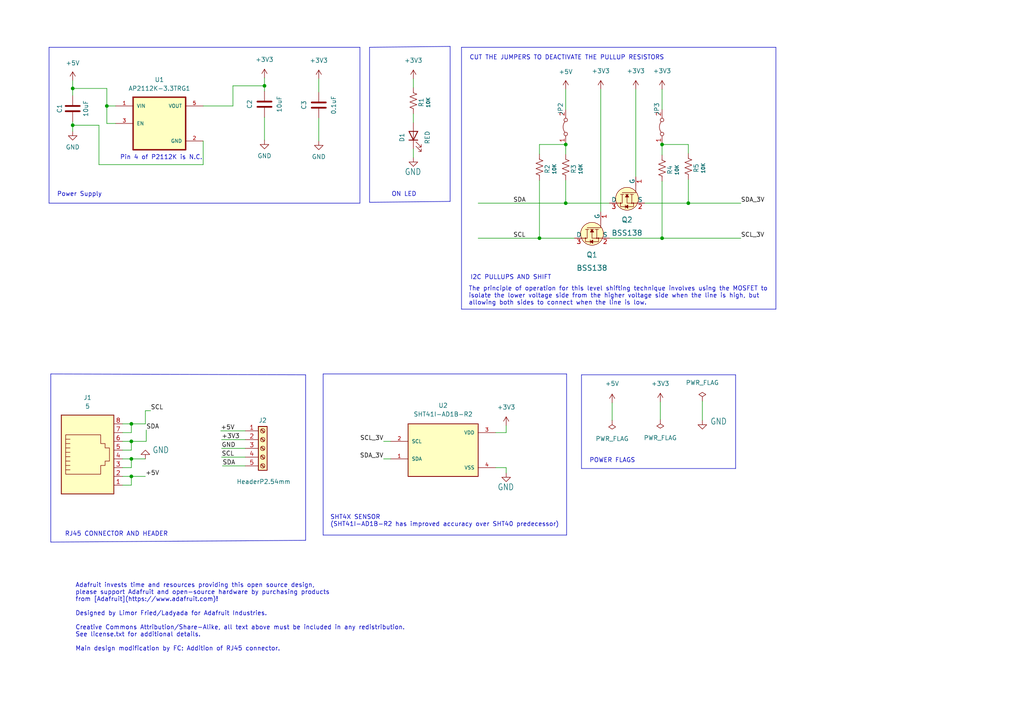
<source format=kicad_sch>
(kicad_sch (version 20230121) (generator eeschema)
  (paper "A4")
  (title_block (title "Atmospheric Humidity Sensor Based on SHT40") (date "2024-03-19") (rev "RevA3") (company "Jericho Laboratory Inc.") (comment 1 "Designed by Limor Fried/Ladyada for Adafruit Industries.") (comment 2 "Modified by Frederic Coulombe for Jericho Laboratory") (comment 3 "Creative Commons Attribution/Share-Alike"))
  (lib_symbols
    (symbol "AP2112K-3.3TRG1:AP2112K-3.3TRG1" (pin_names (offset 1.016))
      (property "Reference" "U" (at -7.663 8.6476 0))
      (property "Value" "AP2112K-3.3TRG1" (at -7.6489 -11.6507 0))
      (symbol "AP2112K-3.3TRG1_0_0"
        (rectangle (start -7.62 -7.62) (end 7.62 7.62) (stroke (width 0.41)) (fill (type background)))
        (pin power_in line (at -12.7 5.08 0) (length 5.08) (name "VIN") (number "1"))
        (pin power_in line (at 12.7 -5.08 180) (length 5.08) (name "GND") (number "2"))
        (pin input line (at -12.7 0 0) (length 5.08) (name "EN") (number "3"))
        (pin power_in line (at 12.7 5.08 180) (length 5.08) (name "VOUT") (number "5"))
      )
    )
    (symbol "Connector:RJ45" (pin_names (offset 1.016))
      (property "Reference" "J" (at -5.08 13.97 0))
      (property "Value" "RJ45" (at 2.54 13.97 0))
      (symbol "RJ45_0_1"
        (polyline (pts (xy -5.08 4.445) (xy -6.35 4.445)))
        (polyline (pts (xy -5.08 5.715) (xy -6.35 5.715)))
        (polyline (pts (xy -6.35 -3.175) (xy -5.08 -3.175) (xy -5.08 -3.175)))
        (polyline (pts (xy -6.35 -1.905) (xy -5.08 -1.905) (xy -5.08 -1.905)))
        (polyline (pts (xy -6.35 -0.635) (xy -5.08 -0.635) (xy -5.08 -0.635)))
        (polyline (pts (xy -6.35 0.635) (xy -5.08 0.635) (xy -5.08 0.635)))
        (polyline (pts (xy -6.35 1.905) (xy -5.08 1.905) (xy -5.08 1.905)))
        (polyline (pts (xy -5.08 3.175) (xy -6.35 3.175) (xy -6.35 3.175)))
        (polyline (pts (xy -6.35 -4.445) (xy -6.35 6.985) (xy 3.81 6.985) (xy 3.81 4.445) (xy 5.08 4.445) (xy 5.08 3.175) (xy 6.35 3.175) (xy 6.35 -0.635) (xy 5.08 -0.635) (xy 5.08 -1.905) (xy 3.81 -1.905) (xy 3.81 -4.445) (xy -6.35 -4.445) (xy -6.35 -4.445)))
        (rectangle (start 7.62 12.7) (end -7.62 -10.16) (stroke (width 0.254)) (fill (type background)))
      )
      (symbol "RJ45_1_1"
        (pin passive line (at 10.16 -7.62 180) (length 2.54) (name "~") (number "1"))
        (pin passive line (at 10.16 -5.08 180) (length 2.54) (name "~") (number "2"))
        (pin passive line (at 10.16 -2.54 180) (length 2.54) (name "~") (number "3"))
        (pin passive line (at 10.16 0 180) (length 2.54) (name "~") (number "4"))
        (pin passive line (at 10.16 2.54 180) (length 2.54) (name "~") (number "5"))
        (pin passive line (at 10.16 5.08 180) (length 2.54) (name "~") (number "6"))
        (pin passive line (at 10.16 7.62 180) (length 2.54) (name "~") (number "7"))
        (pin passive line (at 10.16 10.16 180) (length 2.54) (name "~") (number "8"))
      )
    )
    (symbol "Connector:Screw_Terminal_01x05" (pin_names (offset 1.016) hide)
      (property "Reference" "J" (at 0 7.62 0))
      (property "Value" "Screw_Terminal_01x05" (at 0 -7.62 0))
      (symbol "Screw_Terminal_01x05_1_1"
        (rectangle (start -1.27 6.35) (end 1.27 -6.35) (stroke (width 0.254)) (fill (type background)))
        (circle (center 0 -5.08) (radius 0.635) (stroke (width 0.1524)))
        (circle (center 0 -2.54) (radius 0.635) (stroke (width 0.1524)))
        (polyline (pts (xy -0.5334 -4.7498) (xy 0.3302 -5.588)) (stroke (width 0.1524)))
        (polyline (pts (xy -0.5334 -2.2098) (xy 0.3302 -3.048)) (stroke (width 0.1524)))
        (polyline (pts (xy -0.5334 0.3302) (xy 0.3302 -0.508)) (stroke (width 0.1524)))
        (polyline (pts (xy -0.5334 2.8702) (xy 0.3302 2.032)) (stroke (width 0.1524)))
        (polyline (pts (xy -0.5334 5.4102) (xy 0.3302 4.572)) (stroke (width 0.1524)))
        (polyline (pts (xy -0.3556 -4.572) (xy 0.508 -5.4102)) (stroke (width 0.1524)))
        (polyline (pts (xy -0.3556 -2.032) (xy 0.508 -2.8702)) (stroke (width 0.1524)))
        (polyline (pts (xy -0.3556 0.508) (xy 0.508 -0.3302)) (stroke (width 0.1524)))
        (polyline (pts (xy -0.3556 3.048) (xy 0.508 2.2098)) (stroke (width 0.1524)))
        (polyline (pts (xy -0.3556 5.588) (xy 0.508 4.7498)) (stroke (width 0.1524)))
        (circle (center 0 0) (radius 0.635) (stroke (width 0.1524)))
        (circle (center 0 2.54) (radius 0.635) (stroke (width 0.1524)))
        (circle (center 0 5.08) (radius 0.635) (stroke (width 0.1524)))
        (pin passive line (at -5.08 5.08 0) (length 3.81) (name "Pin_1") (number "1"))
        (pin passive line (at -5.08 2.54 0) (length 3.81) (name "Pin_2") (number "2"))
        (pin passive line (at -5.08 0 0) (length 3.81) (name "Pin_3") (number "3"))
        (pin passive line (at -5.08 -2.54 0) (length 3.81) (name "Pin_4") (number "4"))
        (pin passive line (at -5.08 -5.08 0) (length 3.81) (name "Pin_5") (number "5"))
      )
    )
    (symbol "Device:C" (pin_numbers hide) (pin_names (offset 0.254))
      (property "Reference" "C" (at 0.635 2.54 0))
      (property "Value" "C" (at 0.635 -2.54 0))
      (symbol "C_0_1"
        (polyline (pts (xy -2.032 -0.762) (xy 2.032 -0.762)) (stroke (width 0.508)))
        (polyline (pts (xy -2.032 0.762) (xy 2.032 0.762)) (stroke (width 0.508)))
      )
      (symbol "C_1_1"
        (pin passive line (at 0 3.81 270) (length 2.794) (name "~") (number "1"))
        (pin passive line (at 0 -3.81 90) (length 2.794) (name "~") (number "2"))
      )
    )
    (symbol "Device:LED" (pin_numbers hide) (pin_names (offset 1.016) hide)
      (property "Reference" "D" (at 0 2.54 0))
      (property "Value" "LED" (at 0 -2.54 0))
      (symbol "LED_0_1"
        (polyline (pts (xy -1.27 -1.27) (xy -1.27 1.27)) (stroke (width 0.254)))
        (polyline (pts (xy -1.27 0) (xy 1.27 0)))
        (polyline (pts (xy 1.27 -1.27) (xy 1.27 1.27) (xy -1.27 0) (xy 1.27 -1.27)) (stroke (width 0.254)))
        (polyline (pts (xy -3.048 -0.762) (xy -4.572 -2.286) (xy -3.81 -2.286) (xy -4.572 -2.286) (xy -4.572 -1.524)))
        (polyline (pts (xy -1.778 -0.762) (xy -3.302 -2.286) (xy -2.54 -2.286) (xy -3.302 -2.286) (xy -3.302 -1.524)))
      )
      (symbol "LED_1_1"
        (pin passive line (at -3.81 0 0) (length 2.54) (name "K") (number "1"))
        (pin passive line (at 3.81 0 180) (length 2.54) (name "A") (number "2"))
      )
    )
    (symbol "Device:R_US" (pin_numbers hide) (pin_names (offset 0))
      (property "Reference" "R" (at 2.54 0 90))
      (property "Value" "R_US" (at -2.54 0 90))
      (symbol "R_US_0_1"
        (polyline (pts (xy 0 -2.286) (xy 0 -2.54)))
        (polyline (pts (xy 0 2.286) (xy 0 2.54)))
        (polyline (pts (xy 0 -0.762) (xy 1.016 -1.143) (xy 0 -1.524) (xy -1.016 -1.905) (xy 0 -2.286)))
        (polyline (pts (xy 0 0.762) (xy 1.016 0.381) (xy 0 0) (xy -1.016 -0.381) (xy 0 -0.762)))
        (polyline (pts (xy 0 2.286) (xy 1.016 1.905) (xy 0 1.524) (xy -1.016 1.143) (xy 0 0.762)))
      )
      (symbol "R_US_1_1"
        (pin passive line (at 0 3.81 270) (length 1.27) (name "~") (number "1"))
        (pin passive line (at 0 -3.81 90) (length 1.27) (name "~") (number "2"))
      )
    )
    (symbol "Jumper:Jumper_2_Bridged" (pin_names (offset 0) hide)
      (property "Reference" "JP" (at 0 1.905 0))
      (property "Value" "Jumper_2_Bridged" (at 0 -2.54 0))
      (symbol "Jumper_2_Bridged_0_0"
        (circle (center -2.032 0) (radius 0.508))
        (circle (center 2.032 0) (radius 0.508))
      )
      (symbol "Jumper_2_Bridged_0_1"
        (arc (start 1.524 0.254) (mid 0 0.762) (end -1.524 0.254))
      )
      (symbol "Jumper_2_Bridged_1_1"
        (pin passive line (at -5.08 0 0) (length 2.54) (name "A") (number "1"))
        (pin passive line (at 5.08 0 180) (length 2.54) (name "B") (number "2"))
      )
    )
    (symbol "SHT40-AD1B-R2:SHT40-AD1B-R2" (pin_names (offset 1.016))
      (property "Reference" "U" (at -10.16 8.89 0))
      (property "Value" "SHT40-AD1B-R2" (at -10.16 -10.16 0))
      (symbol "SHT40-AD1B-R2_0_0"
        (rectangle (start -10.16 -7.62) (end 10.16 7.62) (stroke (width 0.254)) (fill (type background)))
        (pin bidirectional line (at -15.24 -2.54 0) (length 5.08) (name "SDA") (number "1"))
        (pin input line (at -15.24 2.54 0) (length 5.08) (name "SCL") (number "2"))
        (pin power_in line (at 15.24 5.08 180) (length 5.08) (name "VDD") (number "3"))
        (pin power_in line (at 15.24 -5.08 180) (length 5.08) (name "VSS") (number "4"))
      )
    )
    (symbol "dk_Transistors-FETs-MOSFETs-Single:BSS138" (pin_names (offset 0))
      (property "Reference" "Q" (at -2.6924 3.6322 0))
      (property "Value" "BSS138" (at 3.4544 0 90))
      (symbol "BSS138_0_1"
        (circle (center -1.27 0) (radius 3.302) (fill (type background)))
        (circle (center 0 -1.905) (radius 0.127))
        (circle (center 0 -1.397) (radius 0.127))
        (polyline (pts (xy 0 -1.397) (xy -2.54 -1.397)))
        (polyline (pts (xy -5.08 -2.54) (xy -3.048 -2.54) (xy -3.048 1.397)))
        (polyline (pts (xy 0 -2.54) (xy 0 0) (xy -2.54 0)))
        (polyline (pts (xy 0 2.54) (xy 0 1.397) (xy -2.54 1.397)))
        (polyline (pts (xy -0.127 -1.905) (xy 1.016 -1.905) (xy 1.016 1.397) (xy 1.016 1.905) (xy -0.127 1.905)))
        (circle (center 0 1.905) (radius 0.127))
      )
      (symbol "BSS138_1_1"
        (polyline (pts (xy -2.54 -1.397) (xy -2.54 -1.905)))
        (polyline (pts (xy -2.54 -1.397) (xy -2.54 -0.889)))
        (polyline (pts (xy -2.54 0) (xy -2.54 -0.508)))
        (polyline (pts (xy -2.54 0) (xy -2.54 0.508)))
        (polyline (pts (xy -2.54 1.905) (xy -2.54 0.889)))
        (polyline (pts (xy 1.524 0.508) (xy 0.508 0.508)))
        (polyline (pts (xy -2.54 0) (xy -1.778 0.508) (xy -1.778 -0.508) (xy -2.54 0)) (fill (type outline)))
        (polyline (pts (xy 1.016 0.508) (xy 0.508 -0.254) (xy 1.524 -0.254) (xy 1.016 0.508)) (fill (type outline)))
        (pin bidirectional line (at -7.62 -2.54 0) (length 2.54) (name "G") (number "1"))
        (pin bidirectional line (at 0 -5.08 90) (length 2.54) (name "S") (number "2"))
        (pin bidirectional line (at 0 5.08 270) (length 2.54) (name "D") (number "3"))
      )
    )
    (symbol "power:+3V3" (power) (pin_names (offset 0))
      (property "Value" "+3V3" (at 0 3.556 0))
      (symbol "+3V3_0_1"
        (polyline (pts (xy -0.762 1.27) (xy 0 2.54)))
        (polyline (pts (xy 0 0) (xy 0 2.54)))
        (polyline (pts (xy 0 2.54) (xy 0.762 1.27)))
      )
      (symbol "+3V3_1_1"
        (pin power_in line (at 0 0 90) (length 0) hide (name "+3V3") (number "1"))
      )
    )
    (symbol "power:+5V" (power) (pin_names (offset 0))
      (property "Value" "+5V" (at 0 3.556 0))
      (symbol "+5V_0_1"
        (polyline (pts (xy -0.762 1.27) (xy 0 2.54)))
        (polyline (pts (xy 0 0) (xy 0 2.54)))
        (polyline (pts (xy 0 2.54) (xy 0.762 1.27)))
      )
      (symbol "+5V_1_1"
        (pin power_in line (at 0 0 90) (length 0) hide (name "+5V") (number "1"))
      )
    )
    (symbol "power:GND" (power) (pin_names (offset 0))
      (property "Value" "GND" (at 0 -3.81 0))
      (symbol "GND_0_1"
        (polyline (pts (xy 0 0) (xy 0 -1.27) (xy 1.27 -1.27) (xy 0 -2.54) (xy -1.27 -1.27) (xy 0 -1.27)))
      )
      (symbol "GND_1_1"
        (pin power_in line (at 0 0 270) (length 0) hide (name "GND") (number "1"))
      )
    )
    (symbol "power:PWR_FLAG" (power) (pin_numbers hide) (pin_names (offset 0) hide)
      (property "Value" "PWR_FLAG" (at 0 3.81 0))
      (symbol "PWR_FLAG_0_0"
        (pin power_out line (at 0 0 90) (length 0) (name "pwr") (number "1"))
      )
      (symbol "PWR_FLAG_0_1"
        (polyline (pts (xy 0 0) (xy 0 1.27) (xy -1.016 1.905) (xy 0 2.54) (xy 1.016 1.905) (xy 0 1.27)))
      )
    )
  )
  (junction (at 30.988 30.734))
  (junction (at 192.024 69.088))
  (junction (at 38.1 122.936))
  (junction (at 156.464 69.088))
  (junction (at 38.1 128.016))
  (junction (at 199.644 58.928))
  (junction (at 192.024 41.91))
  (junction (at 38.1 138.176))
  (junction (at 76.708 24.892))
  (junction (at 21.082 25.654))
  (junction (at 21.082 36.322))
  (junction (at 164.084 58.928))
  (junction (at 164.084 41.91))
  (junction (at 38.1 133.096))
  (wire (pts (xy 38.1 122.936) (xy 38.1 125.476)))
  (wire (pts (xy 28.702 47.752) (xy 28.702 36.322)))
  (wire (pts (xy 67.564 24.892) (xy 76.708 24.892)))
  (wire (pts (xy 35.56 135.636) (xy 38.1 135.636)))
  (wire (pts (xy 199.644 41.91) (xy 199.644 44.45)))
  (wire (pts (xy 35.56 133.096) (xy 38.1 133.096)))
  (wire (pts (xy 192.024 52.578) (xy 192.024 69.088)))
  (wire (pts (xy 176.784 58.928) (xy 164.084 58.928)))
  (wire (pts (xy 174.244 61.468) (xy 174.244 25.908)))
  (wire (pts (xy 67.564 30.734) (xy 67.564 24.892)))
  (wire (pts (xy 184.404 51.308) (xy 184.404 25.908)))
  (wire (pts (xy 176.784 69.088) (xy 192.024 69.088)))
  (wire (pts (xy 156.464 52.324) (xy 156.464 69.088)))
  (polyline (pts (xy 225.044 89.662) (xy 133.858 89.662)))
  (wire (pts (xy 35.56 128.016) (xy 38.1 128.016)))
  (polyline (pts (xy 133.858 13.716) (xy 225.044 13.716)))
  (polyline (pts (xy 133.858 13.716) (xy 133.858 89.662)))
  (wire (pts (xy 38.1 133.096) (xy 42.164 133.096)))
  (wire (pts (xy 199.644 58.928) (xy 214.884 58.928)))
  (wire (pts (xy 199.644 52.07) (xy 199.644 58.928)))
  (wire (pts (xy 64.262 132.588) (xy 71.12 132.588)))
  (polyline (pts (xy 130.556 13.462) (xy 130.556 58.42)))
  (wire (pts (xy 146.812 125.476) (xy 143.764 125.476)))
  (polyline (pts (xy 164.338 155.194) (xy 164.338 108.458)))
  (wire (pts (xy 177.546 121.92) (xy 177.546 116.84)))
  (wire (pts (xy 156.464 69.088) (xy 138.684 69.088)))
  (wire (pts (xy 166.624 69.088) (xy 156.464 69.088)))
  (wire (pts (xy 92.456 34.29) (xy 92.456 40.894)))
  (wire (pts (xy 64.262 127.508) (xy 71.12 127.508)))
  (polyline (pts (xy 14.732 108.458) (xy 14.732 157.226)))
  (wire (pts (xy 156.464 41.91) (xy 164.084 41.91)))
  (wire (pts (xy 38.1 138.176) (xy 42.164 138.176)))
  (wire (pts (xy 64.262 130.048) (xy 71.12 130.048)))
  (polyline (pts (xy 93.726 108.458) (xy 93.726 155.194)))
  (wire (pts (xy 58.928 47.752) (xy 28.702 47.752)))
  (wire (pts (xy 33.528 35.814) (xy 30.988 35.814)))
  (wire (pts (xy 92.456 22.86) (xy 92.456 26.67)))
  (wire (pts (xy 42.164 119.126) (xy 42.164 122.936)))
  (polyline (pts (xy 213.36 108.712) (xy 213.36 135.89)))
  (wire (pts (xy 35.56 140.716) (xy 38.1 140.716)))
  (polyline (pts (xy 213.36 135.89) (xy 168.656 135.89)))
  (polyline (pts (xy 225.044 13.716) (xy 225.044 89.662)))
  (wire (pts (xy 30.988 25.654) (xy 21.082 25.654)))
  (wire (pts (xy 21.082 35.306) (xy 21.082 36.322)))
  (wire (pts (xy 30.988 30.734) (xy 30.988 25.654)))
  (wire (pts (xy 191.516 121.666) (xy 191.516 116.586)))
  (wire (pts (xy 58.928 30.734) (xy 67.564 30.734)))
  (wire (pts (xy 119.888 33.02) (xy 119.888 35.56)))
  (wire (pts (xy 38.1 125.476) (xy 35.56 125.476)))
  (wire (pts (xy 38.1 128.016) (xy 38.1 130.556)))
  (wire (pts (xy 21.082 23.368) (xy 21.082 25.654)))
  (wire (pts (xy 38.1 130.556) (xy 35.56 130.556)))
  (polyline (pts (xy 130.556 58.42) (xy 107.188 58.674)))
  (polyline (pts (xy 14.224 13.716) (xy 14.224 58.928)))
  (polyline (pts (xy 168.656 108.712) (xy 213.36 108.712)))
  (wire (pts (xy 64.008 124.968) (xy 71.12 124.968)))
  (polyline (pts (xy 14.224 58.928) (xy 104.394 58.928)))
  (wire (pts (xy 146.812 135.636) (xy 146.812 137.16)))
  (polyline (pts (xy 14.732 108.458) (xy 88.646 108.712)))
  (wire (pts (xy 21.082 25.654) (xy 21.082 27.686)))
  (wire (pts (xy 76.708 24.892) (xy 76.708 26.416)))
  (wire (pts (xy 28.702 36.322) (xy 21.082 36.322)))
  (wire (pts (xy 192.024 25.908) (xy 192.024 31.75)))
  (wire (pts (xy 38.1 133.096) (xy 38.1 135.636)))
  (wire (pts (xy 76.708 34.036) (xy 76.708 40.64)))
  (wire (pts (xy 42.418 124.714) (xy 42.418 128.016)))
  (wire (pts (xy 76.708 22.606) (xy 76.708 24.892)))
  (polyline (pts (xy 107.188 13.716) (xy 130.556 13.462)))
  (wire (pts (xy 64.516 135.128) (xy 71.12 135.128)))
  (wire (pts (xy 164.084 25.908) (xy 164.084 31.75)))
  (wire (pts (xy 146.812 123.444) (xy 146.812 125.476)))
  (wire (pts (xy 143.764 135.636) (xy 146.812 135.636)))
  (wire (pts (xy 192.024 69.088) (xy 214.884 69.088)))
  (wire (pts (xy 164.084 41.91) (xy 164.084 44.704)))
  (wire (pts (xy 156.464 41.91) (xy 156.464 44.704)))
  (polyline (pts (xy 107.188 13.716) (xy 107.188 58.674)))
  (polyline (pts (xy 168.656 108.712) (xy 168.656 135.89)))
  (wire (pts (xy 38.1 122.936) (xy 42.164 122.936)))
  (wire (pts (xy 164.084 52.324) (xy 164.084 58.928)))
  (wire (pts (xy 21.082 36.322) (xy 21.082 38.1)))
  (wire (pts (xy 119.888 22.86) (xy 119.888 25.4)))
  (wire (pts (xy 164.084 58.928) (xy 138.684 58.928)))
  (polyline (pts (xy 14.732 157.226) (xy 88.646 156.718)))
  (wire (pts (xy 35.56 122.936) (xy 38.1 122.936)))
  (wire (pts (xy 33.528 30.734) (xy 30.988 30.734)))
  (polyline (pts (xy 14.224 13.716) (xy 104.394 13.716)))
  (polyline (pts (xy 93.726 155.194) (xy 164.338 155.194)))
  (wire (pts (xy 111.252 128.016) (xy 113.284 128.016)))
  (wire (pts (xy 38.1 138.176) (xy 38.1 140.716)))
  (wire (pts (xy 111.252 133.096) (xy 113.284 133.096)))
  (wire (pts (xy 35.56 138.176) (xy 38.1 138.176)))
  (wire (pts (xy 30.988 35.814) (xy 30.988 30.734)))
  (wire (pts (xy 119.888 43.18) (xy 119.888 45.72)))
  (wire (pts (xy 38.1 128.016) (xy 42.418 128.016)))
  (wire (pts (xy 58.928 40.894) (xy 58.928 47.752)))
  (polyline (pts (xy 93.726 108.458) (xy 164.338 108.458)))
  (wire (pts (xy 192.024 41.91) (xy 199.644 41.91)))
  (wire (pts (xy 43.688 119.126) (xy 42.164 119.126)))
  (wire (pts (xy 186.944 58.928) (xy 199.644 58.928)))
  (wire (pts (xy 192.024 41.91) (xy 192.024 44.958)))
  (wire (pts (xy 203.708 116.332) (xy 203.708 121.92)))
  (polyline (pts (xy 88.646 156.718) (xy 88.646 108.712)))
  (polyline (pts (xy 104.394 58.928) (xy 104.394 13.716)))
  (text "SHT4X SENSOR\n(SHT41I-AD1B-R2 has improved accuracy over SHT40 predecessor)" (at 95.758 152.908 0) (effects (font (size 1.27 1.27)) (justify left bottom)))
  (text "Power Supply" (at 16.51 57.15 0) (effects (font (size 1.27 1.27)) (justify left bottom)))
  (text "ON LED" (at 113.538 57.15 0) (effects (font (size 1.27 1.27)) (justify left bottom)))
  (text "Adafruit invests time and resources providing this open source design, \nplease support Adafruit and open-source hardware by purchasing products \nfrom [Adafruit](https://www.adafruit.com)!\n\nDesigned by Limor Fried/Ladyada for Adafruit Industries.\n\nCreative Commons Attribution/Share-Alike, all text above must be included in any redistribution. \nSee license.txt for additional details.\n\nMain design modification by FC: Addition of RJ45 connector." (at 21.844 188.976 0) (effects (font (size 1.27 1.27)) (justify left bottom)))
  (text "Pin 4 of P2112K is N.C." (at 34.798 46.482 0) (effects (font (size 1.27 1.27)) (justify left bottom)))
  (text "POWER FLAGS\n" (at 170.942 134.366 0) (effects (font (size 1.27 1.27)) (justify left bottom)))
  (text "RJ45 CONNECTOR AND HEADER" (at 18.796 155.702 0) (effects (font (size 1.27 1.27)) (justify left bottom)))
  (text "The principle of operation for this level shifting technique involves using the MOSFET to \nisolate the lower voltage side from the higher voltage side when the line is high, but \nallowing both sides to connect when the line is low. " (at 135.89 88.646 0) (effects (font (size 1.27 1.27)) (justify left bottom)))
  (text "I2C PULLUPS AND SHIFT" (at 136.398 81.28 0) (effects (font (size 1.27 1.27)) (justify left bottom)))
  (text "CUT THE JUMPERS TO DEACTIVATE THE PULLUP RESISTORS" (at 136.144 17.526 0) (effects (font (size 1.27 1.27)) (justify left bottom)))
  (label "SCL" (at 43.688 119.126 0))
  (label "SDA_3V" (at 214.884 58.928 0) (effects (font (size 1.2446 1.2446))))
  (label "SDA_3V" (at 111.252 133.096 180) (effects (font (size 1.2446 1.2446))))
  (label "SCL" (at 148.844 69.088 0) (effects (font (size 1.2446 1.2446))))
  (label "+3V3" (at 64.262 127.508 0))
  (label "SDA" (at 148.844 58.928 0) (effects (font (size 1.2446 1.2446))))
  (label "SCL_3V" (at 214.884 69.088 0) (effects (font (size 1.2446 1.2446))))
  (label "+5V" (at 64.008 124.968 0))
  (label "GND" (at 64.262 130.048 0))
  (label "+5V" (at 42.164 138.176 0))
  (label "SCL_3V" (at 111.252 128.016 180) (effects (font (size 1.2446 1.2446))))
  (label "SDA" (at 42.418 124.714 0))
  (label "SCL" (at 64.262 132.588 0))
  (label "SDA" (at 64.516 135.128 0))
  (symbol (lib_id "power:GND") (at 92.456 40.894 0) (unit 1)
    (property "Reference" "#PWR06" (effects hide))
    (property "Value" "GND" (at 92.456 45.466 0))
  )
  (symbol (lib_id "AP2112K-3.3TRG1:AP2112K-3.3TRG1") (at 46.228 35.814 0) (unit 1)
    (property "Reference" "U1" (at 46.228 23.114 0))
    (property "Value" "AP2112K-3.3TRG1" (at 46.228 25.654 0))
    (property "Footprint" "SOT95P285X140-5N" (effects hide))
    (property "PARTREV" "2-2" (effects hide))
    (property "MANUFACTURER" "Diodes Inc." (effects hide))
    (property "LCSC" "C51118" (effects hide))
  )
  (symbol (lib_id "power:GND") (at 119.888 45.72 0) (unit 1)
    (property "Reference" "#GND01" (effects hide))
    (property "Value" "GND" (at 117.348 50.8 0) (effects (font (size 1.778 1.5113)) (justify left bottom)))
    (property "Footprint" "Adafruit LTC4311 I2C Extender:" (effects hide))
  )
  (symbol (lib_id "SHT40-AD1B-R2:SHT40-AD1B-R2") (at 128.524 130.556 0) (unit 1)
    (property "Reference" "U2" (at 128.524 117.602 0))
    (property "Value" "SHT41I-AD1B-R2" (at 128.524 120.142 0))
    (property "Footprint" "SHT4X" (effects hide))
    (property "LCSC" "C3664410" (effects hide))
  )
  (symbol (lib_id "Device:R_US") (at 164.084 48.514 180) (unit 1)
    (property "Reference" "R3" (at 166.37 49.022 90))
    (property "Value" "10K" (at 168.402 49.022 90) (effects (font (size 1.016 1.016) bold)))
    (property "Footprint" "Resistor_SMD:R_0805_2012Metric" (effects hide))
    (property "LCSC" "C17414" (effects hide))
  )
  (symbol (lib_id "power:GND") (at 146.812 137.16 0) (unit 1)
    (property "Reference" "#GND02" (effects hide))
    (property "Value" "GND" (at 144.272 142.24 0) (effects (font (size 1.778 1.5113)) (justify left bottom)))
    (property "Footprint" "Adafruit LTC4311 I2C Extender:" (effects hide))
  )
  (symbol (lib_id "Connector:Screw_Terminal_01x05") (at 76.2 130.048 0) (unit 1)
    (property "Reference" "J2" (at 76.2 121.92 0))
    (property "Value" "HeaderP2.54mm" (at 76.454 139.7 0))
    (property "Footprint" "Connector_PinHeader_2.54mm:PinHeader_1x05_P2.54mm_Vertical" (effects hide))
    (property "LCSC" "C706877" (effects hide))
  )
  (symbol (lib_id "Jumper:Jumper_2_Bridged") (at 164.084 36.83 90) (unit 1)
    (property "Reference" "JP2" (at 162.56 29.718 0) (effects (justify right)))
    (property "Value" "Jumper_2_Bridged" (effects hide))
    (property "Footprint" "Jumper:SolderJumper-2_P1.3mm_Bridged_Pad1.0x1.5mm" (effects hide))
  )
  (symbol (lib_id "power:GND") (at 76.708 40.64 0) (unit 1)
    (property "Reference" "#PWR04" (effects hide))
    (property "Value" "GND" (at 76.708 45.212 0))
  )
  (symbol (lib_id "power:+5V") (at 177.546 116.84 0) (unit 1)
    (property "Reference" "#PWR0101" (effects hide))
    (property "Value" "+5V" (at 177.546 111.252 0))
  )
  (symbol (lib_id "power:+3V3") (at 76.708 22.606 0) (unit 1)
    (property "Reference" "#PWR03" (effects hide))
    (property "Value" "+3V3" (at 76.708 17.272 0))
  )
  (symbol (lib_id "power:+5V") (at 21.082 23.368 0) (unit 1)
    (property "Reference" "#PWR01" (effects hide))
    (property "Value" "+5V" (at 21.082 18.288 0))
  )
  (symbol (lib_id "Device:C") (at 92.456 30.48 0) (unit 1)
    (property "Reference" "C3" (at 88.138 30.48 90))
    (property "Value" "0.1uF" (at 96.774 30.48 90))
    (property "Footprint" "Capacitor_SMD:C_0805_2012Metric" (effects hide))
    (property "LCSC" "C49678" (effects hide))
  )
  (symbol (lib_id "Device:C") (at 76.708 30.226 0) (unit 1)
    (property "Reference" "C2" (at 72.39 30.226 90))
    (property "Value" "10uF" (at 81.026 30.226 90))
    (property "Footprint" "Capacitor_SMD:C_0805_2012Metric" (effects hide))
    (property "LCSC" "C440198" (effects hide))
  )
  (symbol (lib_id "power:GND") (at 21.082 38.1 0) (unit 1)
    (property "Reference" "#PWR02" (effects hide))
    (property "Value" "GND" (at 21.082 42.672 0))
  )
  (symbol (lib_id "Jumper:Jumper_2_Bridged") (at 192.024 36.83 90) (unit 1)
    (property "Reference" "JP3" (at 190.5 29.718 0) (effects (justify right)))
    (property "Value" "Jumper_2_Bridged" (effects hide))
    (property "Footprint" "Jumper:SolderJumper-2_P1.3mm_Bridged_Pad1.0x1.5mm" (effects hide))
  )
  (symbol (lib_id "Device:R_US") (at 156.464 48.514 180) (unit 1)
    (property "Reference" "R2" (at 158.75 49.022 90))
    (property "Value" "10K" (at 160.782 49.022 90) (effects (font (size 1.016 1.016) bold)))
    (property "Footprint" "Resistor_SMD:R_0805_2012Metric" (effects hide))
    (property "LCSC" "C17414" (effects hide))
  )
  (symbol (lib_id "Device:R_US") (at 119.888 29.21 180) (unit 1)
    (property "Reference" "R1" (at 122.174 29.718 90))
    (property "Value" "10K" (at 124.206 29.718 90) (effects (font (size 1.016 1.016) bold)))
    (property "Footprint" "Resistor_SMD:R_0805_2012Metric" (effects hide))
    (property "LCSC" "C17414" (effects hide))
  )
  (symbol (lib_id "Device:C") (at 21.082 31.496 0) (unit 1)
    (property "Reference" "C1" (at 17.272 31.496 90))
    (property "Value" "10uF" (at 24.892 31.496 90))
    (property "Footprint" "Capacitor_SMD:C_0805_2012Metric" (effects hide))
    (property "LCSC" "C440198" (effects hide))
  )
  (symbol (lib_id "power:+5V") (at 164.084 25.908 0) (unit 1)
    (property "Reference" "#PWR010" (effects hide))
    (property "Value" "+5V" (at 164.084 20.828 0))
  )
  (symbol (lib_id "Device:LED") (at 119.888 39.37 90) (unit 1)
    (property "Reference" "D1" (at 116.586 39.878 0))
    (property "Value" "RED" (at 123.952 39.878 0))
    (property "Footprint" "Diode_SMD:D_0603_1608Metric" (effects hide))
    (property "LCSC" "C2286" (effects hide))
  )
  (symbol (lib_id "dk_Transistors-FETs-MOSFETs-Single:BSS138") (at 171.704 69.088 90) (mirror x) (unit 1)
    (property "Reference" "Q1" (at 171.704 73.914 90) (effects (font (size 1.524 1.524))))
    (property "Value" "BSS138" (at 171.704 77.724 90) (effects (font (size 1.524 1.524))))
    (property "Footprint" "digikey-footprints:SOT-23-3" (effects hide))
    (property "Datasheet" "https://www.onsemi.com/pub/Collateral/BSS138-D.PDF" (effects hide))
    (property "Digi-Key_PN" "BSS138CT-ND" (effects hide))
    (property "MPN" "BSS138" (effects hide))
    (property "Category" "Discrete Semiconductor Products" (effects hide))
    (property "Family" "Transistors - FETs, MOSFETs - Single" (effects hide))
    (property "DK_Datasheet_Link" "https://www.onsemi.com/pub/Collateral/BSS138-D.PDF" (effects hide))
    (property "DK_Detail_Page" "/product-detail/en/on-semiconductor/BSS138/BSS138CT-ND/244294" (effects hide))
    (property "Description" "MOSFET N-CH 50V 220MA SOT-23" (effects hide))
    (property "Manufacturer" "ON Semiconductor" (effects hide))
    (property "Status" "Active" (effects hide))
    (property "LCSC" "C7420339" (effects hide))
  )
  (symbol (lib_id "power:+3V3") (at 184.404 25.908 0) (unit 1)
    (property "Reference" "#PWR012" (effects hide))
    (property "Value" "+3V3" (at 184.404 20.574 0))
  )
  (symbol (lib_id "Device:R_US") (at 192.024 48.768 180) (unit 1)
    (property "Reference" "R4" (at 194.31 49.276 90))
    (property "Value" "10K" (at 196.342 49.276 90) (effects (font (size 1.016 1.016) bold)))
    (property "Footprint" "Resistor_SMD:R_0805_2012Metric" (effects hide))
    (property "LCSC" "C17414" (effects hide))
  )
  (symbol (lib_id "power:PWR_FLAG") (at 177.546 121.92 180) (unit 1)
    (property "Reference" "#FLG0101" (effects hide))
    (property "Value" "PWR_FLAG" (at 177.546 127.254 0))
  )
  (symbol (lib_id "power:+3V3") (at 92.456 22.86 0) (unit 1)
    (property "Reference" "#PWR05" (effects hide))
    (property "Value" "+3V3" (at 92.456 17.526 0))
  )
  (symbol (lib_id "power:+3V3") (at 119.888 22.86 0) (unit 1)
    (property "Reference" "#PWR07" (effects hide))
    (property "Value" "+3V3" (at 119.888 17.526 0))
  )
  (symbol (lib_id "power:+3V3") (at 174.244 25.908 0) (unit 1)
    (property "Reference" "#PWR011" (effects hide))
    (property "Value" "+3V3" (at 174.244 20.574 0))
  )
  (symbol (lib_id "Device:R_US") (at 199.644 48.26 180) (unit 1)
    (property "Reference" "R5" (at 201.93 48.768 90))
    (property "Value" "10K" (at 203.962 48.768 90) (effects (font (size 1.016 1.016) bold)))
    (property "Footprint" "Resistor_SMD:R_0805_2012Metric" (effects hide))
    (property "LCSC" "C17414" (effects hide))
  )
  (symbol (lib_id "power:PWR_FLAG") (at 203.708 116.332 0) (unit 1)
    (property "Reference" "#FLG0102" (effects hide))
    (property "Value" "PWR_FLAG" (at 203.708 110.998 0))
  )
  (symbol (lib_id "power:+3V3") (at 191.516 116.586 0) (unit 1)
    (property "Reference" "#PWR0102" (effects hide))
    (property "Value" "+3V3" (at 191.516 111.252 0))
  )
  (symbol (lib_id "dk_Transistors-FETs-MOSFETs-Single:BSS138") (at 181.864 58.928 90) (mirror x) (unit 1)
    (property "Reference" "Q2" (at 181.864 63.754 90) (effects (font (size 1.524 1.524))))
    (property "Value" "BSS138" (at 181.864 67.564 90) (effects (font (size 1.524 1.524))))
    (property "Footprint" "digikey-footprints:SOT-23-3" (effects hide))
    (property "Datasheet" "https://www.onsemi.com/pub/Collateral/BSS138-D.PDF" (effects hide))
    (property "Digi-Key_PN" "BSS138CT-ND" (effects hide))
    (property "MPN" "BSS138" (effects hide))
    (property "Category" "Discrete Semiconductor Products" (effects hide))
    (property "Family" "Transistors - FETs, MOSFETs - Single" (effects hide))
    (property "DK_Datasheet_Link" "https://www.onsemi.com/pub/Collateral/BSS138-D.PDF" (effects hide))
    (property "DK_Detail_Page" "/product-detail/en/on-semiconductor/BSS138/BSS138CT-ND/244294" (effects hide))
    (property "Description" "MOSFET N-CH 50V 220MA SOT-23" (effects hide))
    (property "Manufacturer" "ON Semiconductor" (effects hide))
    (property "Status" "Active" (effects hide))
    (property "LCSC" "C7420339" (effects hide))
  )
  (symbol (lib_id "power:PWR_FLAG") (at 191.516 121.666 180) (unit 1)
    (property "Reference" "#FLG0103" (effects hide))
    (property "Value" "PWR_FLAG" (at 191.516 127 0))
  )
  (symbol (lib_id "power:GND") (at 42.164 133.096 0) (mirror x) (unit 1)
    (property "Reference" "#GND0102" (effects hide))
    (property "Value" "GND" (at 44.196 129.54 0) (effects (font (size 1.778 1.5113)) (justify left bottom)))
    (property "Footprint" "Adafruit LTC4311 I2C Extender:" (effects hide))
  )
  (symbol (lib_id "power:+3V3") (at 146.812 123.444 0) (unit 1)
    (property "Reference" "#PWR08" (effects hide))
    (property "Value" "+3V3" (at 146.812 118.11 0))
  )
  (symbol (lib_id "Connector:RJ45") (at 25.4 133.096 0) (unit 1)
    (property "Reference" "J1" (at 25.4 115.316 0))
    (property "Value" "5" (at 25.4 117.856 0))
    (property "Footprint" "RJ45_Amphenol_54602-x08_Horizontal" (effects hide))
    (property "LCSC" "C3000197" (effects hide))
    (property "Sim.Device" "V" (effects hide))
    (property "Sim.Type" "DC" (effects hide))
    (property "Sim.Pins" "1=+ 2=-" (effects hide))
  )
  (symbol (lib_id "power:+3V3") (at 192.024 25.908 0) (unit 1)
    (property "Reference" "#PWR013" (effects hide))
    (property "Value" "+3V3" (at 192.024 20.574 0))
  )
  (symbol (lib_id "power:GND") (at 203.708 121.92 0) (unit 1)
    (property "Reference" "#GND0101" (effects hide))
    (property "Value" "GND" (at 205.994 123.19 0) (effects (font (size 1.778 1.5113)) (justify left bottom)))
    (property "Footprint" "Adafruit LTC4311 I2C Extender:" (effects hide))
  )
)
</source>
